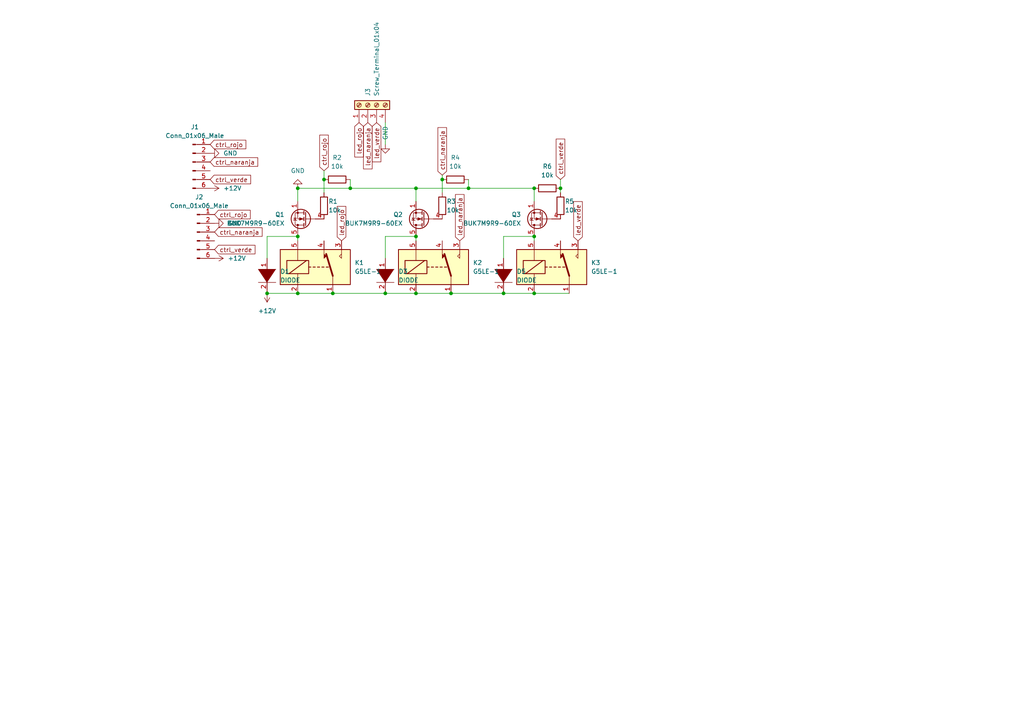
<source format=kicad_sch>
(kicad_sch (version 20211123) (generator eeschema)

  (uuid e63e39d7-6ac0-4ffd-8aa3-1841a4541b55)

  (paper "A4")

  (lib_symbols
    (symbol "Connector:Conn_01x06_Male" (pin_names (offset 1.016) hide) (in_bom yes) (on_board yes)
      (property "Reference" "J" (id 0) (at 0 7.62 0)
        (effects (font (size 1.27 1.27)))
      )
      (property "Value" "Conn_01x06_Male" (id 1) (at 0 -10.16 0)
        (effects (font (size 1.27 1.27)))
      )
      (property "Footprint" "" (id 2) (at 0 0 0)
        (effects (font (size 1.27 1.27)) hide)
      )
      (property "Datasheet" "~" (id 3) (at 0 0 0)
        (effects (font (size 1.27 1.27)) hide)
      )
      (property "ki_keywords" "connector" (id 4) (at 0 0 0)
        (effects (font (size 1.27 1.27)) hide)
      )
      (property "ki_description" "Generic connector, single row, 01x06, script generated (kicad-library-utils/schlib/autogen/connector/)" (id 5) (at 0 0 0)
        (effects (font (size 1.27 1.27)) hide)
      )
      (property "ki_fp_filters" "Connector*:*_1x??_*" (id 6) (at 0 0 0)
        (effects (font (size 1.27 1.27)) hide)
      )
      (symbol "Conn_01x06_Male_1_1"
        (polyline
          (pts
            (xy 1.27 -7.62)
            (xy 0.8636 -7.62)
          )
          (stroke (width 0.1524) (type default) (color 0 0 0 0))
          (fill (type none))
        )
        (polyline
          (pts
            (xy 1.27 -5.08)
            (xy 0.8636 -5.08)
          )
          (stroke (width 0.1524) (type default) (color 0 0 0 0))
          (fill (type none))
        )
        (polyline
          (pts
            (xy 1.27 -2.54)
            (xy 0.8636 -2.54)
          )
          (stroke (width 0.1524) (type default) (color 0 0 0 0))
          (fill (type none))
        )
        (polyline
          (pts
            (xy 1.27 0)
            (xy 0.8636 0)
          )
          (stroke (width 0.1524) (type default) (color 0 0 0 0))
          (fill (type none))
        )
        (polyline
          (pts
            (xy 1.27 2.54)
            (xy 0.8636 2.54)
          )
          (stroke (width 0.1524) (type default) (color 0 0 0 0))
          (fill (type none))
        )
        (polyline
          (pts
            (xy 1.27 5.08)
            (xy 0.8636 5.08)
          )
          (stroke (width 0.1524) (type default) (color 0 0 0 0))
          (fill (type none))
        )
        (rectangle (start 0.8636 -7.493) (end 0 -7.747)
          (stroke (width 0.1524) (type default) (color 0 0 0 0))
          (fill (type outline))
        )
        (rectangle (start 0.8636 -4.953) (end 0 -5.207)
          (stroke (width 0.1524) (type default) (color 0 0 0 0))
          (fill (type outline))
        )
        (rectangle (start 0.8636 -2.413) (end 0 -2.667)
          (stroke (width 0.1524) (type default) (color 0 0 0 0))
          (fill (type outline))
        )
        (rectangle (start 0.8636 0.127) (end 0 -0.127)
          (stroke (width 0.1524) (type default) (color 0 0 0 0))
          (fill (type outline))
        )
        (rectangle (start 0.8636 2.667) (end 0 2.413)
          (stroke (width 0.1524) (type default) (color 0 0 0 0))
          (fill (type outline))
        )
        (rectangle (start 0.8636 5.207) (end 0 4.953)
          (stroke (width 0.1524) (type default) (color 0 0 0 0))
          (fill (type outline))
        )
        (pin passive line (at 5.08 5.08 180) (length 3.81)
          (name "Pin_1" (effects (font (size 1.27 1.27))))
          (number "1" (effects (font (size 1.27 1.27))))
        )
        (pin passive line (at 5.08 2.54 180) (length 3.81)
          (name "Pin_2" (effects (font (size 1.27 1.27))))
          (number "2" (effects (font (size 1.27 1.27))))
        )
        (pin passive line (at 5.08 0 180) (length 3.81)
          (name "Pin_3" (effects (font (size 1.27 1.27))))
          (number "3" (effects (font (size 1.27 1.27))))
        )
        (pin passive line (at 5.08 -2.54 180) (length 3.81)
          (name "Pin_4" (effects (font (size 1.27 1.27))))
          (number "4" (effects (font (size 1.27 1.27))))
        )
        (pin passive line (at 5.08 -5.08 180) (length 3.81)
          (name "Pin_5" (effects (font (size 1.27 1.27))))
          (number "5" (effects (font (size 1.27 1.27))))
        )
        (pin passive line (at 5.08 -7.62 180) (length 3.81)
          (name "Pin_6" (effects (font (size 1.27 1.27))))
          (number "6" (effects (font (size 1.27 1.27))))
        )
      )
    )
    (symbol "Connector:Screw_Terminal_01x04" (pin_names (offset 1.016) hide) (in_bom yes) (on_board yes)
      (property "Reference" "J" (id 0) (at 0 5.08 0)
        (effects (font (size 1.27 1.27)))
      )
      (property "Value" "Screw_Terminal_01x04" (id 1) (at 0 -7.62 0)
        (effects (font (size 1.27 1.27)))
      )
      (property "Footprint" "" (id 2) (at 0 0 0)
        (effects (font (size 1.27 1.27)) hide)
      )
      (property "Datasheet" "~" (id 3) (at 0 0 0)
        (effects (font (size 1.27 1.27)) hide)
      )
      (property "ki_keywords" "screw terminal" (id 4) (at 0 0 0)
        (effects (font (size 1.27 1.27)) hide)
      )
      (property "ki_description" "Generic screw terminal, single row, 01x04, script generated (kicad-library-utils/schlib/autogen/connector/)" (id 5) (at 0 0 0)
        (effects (font (size 1.27 1.27)) hide)
      )
      (property "ki_fp_filters" "TerminalBlock*:*" (id 6) (at 0 0 0)
        (effects (font (size 1.27 1.27)) hide)
      )
      (symbol "Screw_Terminal_01x04_1_1"
        (rectangle (start -1.27 3.81) (end 1.27 -6.35)
          (stroke (width 0.254) (type default) (color 0 0 0 0))
          (fill (type background))
        )
        (circle (center 0 -5.08) (radius 0.635)
          (stroke (width 0.1524) (type default) (color 0 0 0 0))
          (fill (type none))
        )
        (circle (center 0 -2.54) (radius 0.635)
          (stroke (width 0.1524) (type default) (color 0 0 0 0))
          (fill (type none))
        )
        (polyline
          (pts
            (xy -0.5334 -4.7498)
            (xy 0.3302 -5.588)
          )
          (stroke (width 0.1524) (type default) (color 0 0 0 0))
          (fill (type none))
        )
        (polyline
          (pts
            (xy -0.5334 -2.2098)
            (xy 0.3302 -3.048)
          )
          (stroke (width 0.1524) (type default) (color 0 0 0 0))
          (fill (type none))
        )
        (polyline
          (pts
            (xy -0.5334 0.3302)
            (xy 0.3302 -0.508)
          )
          (stroke (width 0.1524) (type default) (color 0 0 0 0))
          (fill (type none))
        )
        (polyline
          (pts
            (xy -0.5334 2.8702)
            (xy 0.3302 2.032)
          )
          (stroke (width 0.1524) (type default) (color 0 0 0 0))
          (fill (type none))
        )
        (polyline
          (pts
            (xy -0.3556 -4.572)
            (xy 0.508 -5.4102)
          )
          (stroke (width 0.1524) (type default) (color 0 0 0 0))
          (fill (type none))
        )
        (polyline
          (pts
            (xy -0.3556 -2.032)
            (xy 0.508 -2.8702)
          )
          (stroke (width 0.1524) (type default) (color 0 0 0 0))
          (fill (type none))
        )
        (polyline
          (pts
            (xy -0.3556 0.508)
            (xy 0.508 -0.3302)
          )
          (stroke (width 0.1524) (type default) (color 0 0 0 0))
          (fill (type none))
        )
        (polyline
          (pts
            (xy -0.3556 3.048)
            (xy 0.508 2.2098)
          )
          (stroke (width 0.1524) (type default) (color 0 0 0 0))
          (fill (type none))
        )
        (circle (center 0 0) (radius 0.635)
          (stroke (width 0.1524) (type default) (color 0 0 0 0))
          (fill (type none))
        )
        (circle (center 0 2.54) (radius 0.635)
          (stroke (width 0.1524) (type default) (color 0 0 0 0))
          (fill (type none))
        )
        (pin passive line (at -5.08 2.54 0) (length 3.81)
          (name "Pin_1" (effects (font (size 1.27 1.27))))
          (number "1" (effects (font (size 1.27 1.27))))
        )
        (pin passive line (at -5.08 0 0) (length 3.81)
          (name "Pin_2" (effects (font (size 1.27 1.27))))
          (number "2" (effects (font (size 1.27 1.27))))
        )
        (pin passive line (at -5.08 -2.54 0) (length 3.81)
          (name "Pin_3" (effects (font (size 1.27 1.27))))
          (number "3" (effects (font (size 1.27 1.27))))
        )
        (pin passive line (at -5.08 -5.08 0) (length 3.81)
          (name "Pin_4" (effects (font (size 1.27 1.27))))
          (number "4" (effects (font (size 1.27 1.27))))
        )
      )
    )
    (symbol "Device:R" (pin_numbers hide) (pin_names (offset 0)) (in_bom yes) (on_board yes)
      (property "Reference" "R" (id 0) (at 2.032 0 90)
        (effects (font (size 1.27 1.27)))
      )
      (property "Value" "R" (id 1) (at 0 0 90)
        (effects (font (size 1.27 1.27)))
      )
      (property "Footprint" "" (id 2) (at -1.778 0 90)
        (effects (font (size 1.27 1.27)) hide)
      )
      (property "Datasheet" "~" (id 3) (at 0 0 0)
        (effects (font (size 1.27 1.27)) hide)
      )
      (property "ki_keywords" "R res resistor" (id 4) (at 0 0 0)
        (effects (font (size 1.27 1.27)) hide)
      )
      (property "ki_description" "Resistor" (id 5) (at 0 0 0)
        (effects (font (size 1.27 1.27)) hide)
      )
      (property "ki_fp_filters" "R_*" (id 6) (at 0 0 0)
        (effects (font (size 1.27 1.27)) hide)
      )
      (symbol "R_0_1"
        (rectangle (start -1.016 -2.54) (end 1.016 2.54)
          (stroke (width 0.254) (type default) (color 0 0 0 0))
          (fill (type none))
        )
      )
      (symbol "R_1_1"
        (pin passive line (at 0 3.81 270) (length 1.27)
          (name "~" (effects (font (size 1.27 1.27))))
          (number "1" (effects (font (size 1.27 1.27))))
        )
        (pin passive line (at 0 -3.81 90) (length 1.27)
          (name "~" (effects (font (size 1.27 1.27))))
          (number "2" (effects (font (size 1.27 1.27))))
        )
      )
    )
    (symbol "Relay:G5LE-1" (in_bom yes) (on_board yes)
      (property "Reference" "K" (id 0) (at 11.43 3.81 0)
        (effects (font (size 1.27 1.27)) (justify left))
      )
      (property "Value" "G5LE-1" (id 1) (at 11.43 1.27 0)
        (effects (font (size 1.27 1.27)) (justify left))
      )
      (property "Footprint" "Relay_THT:Relay_SPDT_Omron-G5LE-1" (id 2) (at 11.43 -1.27 0)
        (effects (font (size 1.27 1.27)) (justify left) hide)
      )
      (property "Datasheet" "http://www.omron.com/ecb/products/pdf/en-g5le.pdf" (id 3) (at 0 0 0)
        (effects (font (size 1.27 1.27)) hide)
      )
      (property "ki_keywords" "Miniature Single Pole Relay" (id 4) (at 0 0 0)
        (effects (font (size 1.27 1.27)) hide)
      )
      (property "ki_description" "Omron G5LE relay, Miniature Single Pole, SPDT, 10A" (id 5) (at 0 0 0)
        (effects (font (size 1.27 1.27)) hide)
      )
      (property "ki_fp_filters" "Relay*SPDT*Omron*G5LE?1*" (id 6) (at 0 0 0)
        (effects (font (size 1.27 1.27)) hide)
      )
      (symbol "G5LE-1_0_0"
        (polyline
          (pts
            (xy 7.62 5.08)
            (xy 7.62 2.54)
            (xy 6.985 3.175)
            (xy 7.62 3.81)
          )
          (stroke (width 0) (type default) (color 0 0 0 0))
          (fill (type none))
        )
      )
      (symbol "G5LE-1_0_1"
        (rectangle (start -10.16 5.08) (end 10.16 -5.08)
          (stroke (width 0.254) (type default) (color 0 0 0 0))
          (fill (type background))
        )
        (rectangle (start -8.255 1.905) (end -1.905 -1.905)
          (stroke (width 0.254) (type default) (color 0 0 0 0))
          (fill (type none))
        )
        (polyline
          (pts
            (xy -7.62 -1.905)
            (xy -2.54 1.905)
          )
          (stroke (width 0.254) (type default) (color 0 0 0 0))
          (fill (type none))
        )
        (polyline
          (pts
            (xy -5.08 -5.08)
            (xy -5.08 -1.905)
          )
          (stroke (width 0) (type default) (color 0 0 0 0))
          (fill (type none))
        )
        (polyline
          (pts
            (xy -5.08 5.08)
            (xy -5.08 1.905)
          )
          (stroke (width 0) (type default) (color 0 0 0 0))
          (fill (type none))
        )
        (polyline
          (pts
            (xy -1.905 0)
            (xy -1.27 0)
          )
          (stroke (width 0.254) (type default) (color 0 0 0 0))
          (fill (type none))
        )
        (polyline
          (pts
            (xy -0.635 0)
            (xy 0 0)
          )
          (stroke (width 0.254) (type default) (color 0 0 0 0))
          (fill (type none))
        )
        (polyline
          (pts
            (xy 0.635 0)
            (xy 1.27 0)
          )
          (stroke (width 0.254) (type default) (color 0 0 0 0))
          (fill (type none))
        )
        (polyline
          (pts
            (xy 1.905 0)
            (xy 2.54 0)
          )
          (stroke (width 0.254) (type default) (color 0 0 0 0))
          (fill (type none))
        )
        (polyline
          (pts
            (xy 3.175 0)
            (xy 3.81 0)
          )
          (stroke (width 0.254) (type default) (color 0 0 0 0))
          (fill (type none))
        )
        (polyline
          (pts
            (xy 5.08 -2.54)
            (xy 3.175 3.81)
          )
          (stroke (width 0.508) (type default) (color 0 0 0 0))
          (fill (type none))
        )
        (polyline
          (pts
            (xy 5.08 -2.54)
            (xy 5.08 -5.08)
          )
          (stroke (width 0) (type default) (color 0 0 0 0))
          (fill (type none))
        )
        (polyline
          (pts
            (xy 2.54 5.08)
            (xy 2.54 2.54)
            (xy 3.175 3.175)
            (xy 2.54 3.81)
          )
          (stroke (width 0) (type default) (color 0 0 0 0))
          (fill (type outline))
        )
      )
      (symbol "G5LE-1_1_1"
        (pin passive line (at 5.08 -7.62 90) (length 2.54)
          (name "~" (effects (font (size 1.27 1.27))))
          (number "1" (effects (font (size 1.27 1.27))))
        )
        (pin passive line (at -5.08 -7.62 90) (length 2.54)
          (name "~" (effects (font (size 1.27 1.27))))
          (number "2" (effects (font (size 1.27 1.27))))
        )
        (pin passive line (at 7.62 7.62 270) (length 2.54)
          (name "~" (effects (font (size 1.27 1.27))))
          (number "3" (effects (font (size 1.27 1.27))))
        )
        (pin passive line (at 2.54 7.62 270) (length 2.54)
          (name "~" (effects (font (size 1.27 1.27))))
          (number "4" (effects (font (size 1.27 1.27))))
        )
        (pin passive line (at -5.08 7.62 270) (length 2.54)
          (name "~" (effects (font (size 1.27 1.27))))
          (number "5" (effects (font (size 1.27 1.27))))
        )
      )
    )
    (symbol "Transistor_FET:BUK7M9R9-60EX" (pin_names hide) (in_bom yes) (on_board yes)
      (property "Reference" "Q" (id 0) (at 5.08 1.905 0)
        (effects (font (size 1.27 1.27)) (justify left))
      )
      (property "Value" "BUK7M9R9-60EX" (id 1) (at 5.08 0 0)
        (effects (font (size 1.27 1.27)) (justify left))
      )
      (property "Footprint" "Package_TO_SOT_SMD:LFPAK33" (id 2) (at 5.08 -1.905 0)
        (effects (font (size 1.27 1.27) italic) (justify left) hide)
      )
      (property "Datasheet" "https://assets.nexperia.com/documents/data-sheet/BUK7M9R9-60E.pdf" (id 3) (at 0 0 90)
        (effects (font (size 1.27 1.27)) (justify left) hide)
      )
      (property "ki_keywords" "Power MOSFET N-MOS" (id 4) (at 0 0 0)
        (effects (font (size 1.27 1.27)) hide)
      )
      (property "ki_description" "60A Id, 60V Vds, N-Channel TrenchMOS MOSFET, 9.9mOhm Ron, 30.1nC Qqd, -55 to 175 °C, LFPAK33" (id 5) (at 0 0 0)
        (effects (font (size 1.27 1.27)) hide)
      )
      (property "ki_fp_filters" "LFPAK33*" (id 6) (at 0 0 0)
        (effects (font (size 1.27 1.27)) hide)
      )
      (symbol "BUK7M9R9-60EX_0_1"
        (polyline
          (pts
            (xy 0.254 0)
            (xy -2.54 0)
          )
          (stroke (width 0) (type default) (color 0 0 0 0))
          (fill (type none))
        )
        (polyline
          (pts
            (xy 0.254 1.905)
            (xy 0.254 -1.905)
          )
          (stroke (width 0.254) (type default) (color 0 0 0 0))
          (fill (type none))
        )
        (polyline
          (pts
            (xy 0.762 -1.27)
            (xy 0.762 -2.286)
          )
          (stroke (width 0.254) (type default) (color 0 0 0 0))
          (fill (type none))
        )
        (polyline
          (pts
            (xy 0.762 0.508)
            (xy 0.762 -0.508)
          )
          (stroke (width 0.254) (type default) (color 0 0 0 0))
          (fill (type none))
        )
        (polyline
          (pts
            (xy 0.762 2.286)
            (xy 0.762 1.27)
          )
          (stroke (width 0.254) (type default) (color 0 0 0 0))
          (fill (type none))
        )
        (polyline
          (pts
            (xy 2.54 2.54)
            (xy 2.54 1.778)
          )
          (stroke (width 0) (type default) (color 0 0 0 0))
          (fill (type none))
        )
        (polyline
          (pts
            (xy 2.54 -2.54)
            (xy 2.54 0)
            (xy 0.762 0)
          )
          (stroke (width 0) (type default) (color 0 0 0 0))
          (fill (type none))
        )
        (polyline
          (pts
            (xy 0.762 -1.778)
            (xy 3.302 -1.778)
            (xy 3.302 1.778)
            (xy 0.762 1.778)
          )
          (stroke (width 0) (type default) (color 0 0 0 0))
          (fill (type none))
        )
        (polyline
          (pts
            (xy 1.016 0)
            (xy 2.032 0.381)
            (xy 2.032 -0.381)
            (xy 1.016 0)
          )
          (stroke (width 0) (type default) (color 0 0 0 0))
          (fill (type outline))
        )
        (polyline
          (pts
            (xy 2.794 0.508)
            (xy 2.921 0.381)
            (xy 3.683 0.381)
            (xy 3.81 0.254)
          )
          (stroke (width 0) (type default) (color 0 0 0 0))
          (fill (type none))
        )
        (polyline
          (pts
            (xy 3.302 0.381)
            (xy 2.921 -0.254)
            (xy 3.683 -0.254)
            (xy 3.302 0.381)
          )
          (stroke (width 0) (type default) (color 0 0 0 0))
          (fill (type none))
        )
        (circle (center 1.651 0) (radius 2.794)
          (stroke (width 0.254) (type default) (color 0 0 0 0))
          (fill (type none))
        )
        (circle (center 2.54 -1.778) (radius 0.254)
          (stroke (width 0) (type default) (color 0 0 0 0))
          (fill (type outline))
        )
        (circle (center 2.54 1.778) (radius 0.254)
          (stroke (width 0) (type default) (color 0 0 0 0))
          (fill (type outline))
        )
      )
      (symbol "BUK7M9R9-60EX_1_1"
        (pin passive line (at 2.54 -5.08 90) (length 2.54)
          (name "S" (effects (font (size 1.27 1.27))))
          (number "1" (effects (font (size 1.27 1.27))))
        )
        (pin passive line (at 2.54 -5.08 90) (length 2.54) hide
          (name "S" (effects (font (size 1.27 1.27))))
          (number "2" (effects (font (size 1.27 1.27))))
        )
        (pin passive line (at 2.54 -5.08 90) (length 2.54) hide
          (name "S" (effects (font (size 1.27 1.27))))
          (number "3" (effects (font (size 1.27 1.27))))
        )
        (pin passive line (at -5.08 0 0) (length 2.54)
          (name "G" (effects (font (size 1.27 1.27))))
          (number "4" (effects (font (size 1.27 1.27))))
        )
        (pin passive line (at 2.54 5.08 270) (length 2.54)
          (name "D" (effects (font (size 1.27 1.27))))
          (number "5" (effects (font (size 1.27 1.27))))
        )
      )
    )
    (symbol "power:+12V" (power) (pin_names (offset 0)) (in_bom yes) (on_board yes)
      (property "Reference" "#PWR" (id 0) (at 0 -3.81 0)
        (effects (font (size 1.27 1.27)) hide)
      )
      (property "Value" "+12V" (id 1) (at 0 3.556 0)
        (effects (font (size 1.27 1.27)))
      )
      (property "Footprint" "" (id 2) (at 0 0 0)
        (effects (font (size 1.27 1.27)) hide)
      )
      (property "Datasheet" "" (id 3) (at 0 0 0)
        (effects (font (size 1.27 1.27)) hide)
      )
      (property "ki_keywords" "power-flag" (id 4) (at 0 0 0)
        (effects (font (size 1.27 1.27)) hide)
      )
      (property "ki_description" "Power symbol creates a global label with name \"+12V\"" (id 5) (at 0 0 0)
        (effects (font (size 1.27 1.27)) hide)
      )
      (symbol "+12V_0_1"
        (polyline
          (pts
            (xy -0.762 1.27)
            (xy 0 2.54)
          )
          (stroke (width 0) (type default) (color 0 0 0 0))
          (fill (type none))
        )
        (polyline
          (pts
            (xy 0 0)
            (xy 0 2.54)
          )
          (stroke (width 0) (type default) (color 0 0 0 0))
          (fill (type none))
        )
        (polyline
          (pts
            (xy 0 2.54)
            (xy 0.762 1.27)
          )
          (stroke (width 0) (type default) (color 0 0 0 0))
          (fill (type none))
        )
      )
      (symbol "+12V_1_1"
        (pin power_in line (at 0 0 90) (length 0) hide
          (name "+12V" (effects (font (size 1.27 1.27))))
          (number "1" (effects (font (size 1.27 1.27))))
        )
      )
    )
    (symbol "power:GND" (power) (pin_names (offset 0)) (in_bom yes) (on_board yes)
      (property "Reference" "#PWR" (id 0) (at 0 -6.35 0)
        (effects (font (size 1.27 1.27)) hide)
      )
      (property "Value" "GND" (id 1) (at 0 -3.81 0)
        (effects (font (size 1.27 1.27)))
      )
      (property "Footprint" "" (id 2) (at 0 0 0)
        (effects (font (size 1.27 1.27)) hide)
      )
      (property "Datasheet" "" (id 3) (at 0 0 0)
        (effects (font (size 1.27 1.27)) hide)
      )
      (property "ki_keywords" "power-flag" (id 4) (at 0 0 0)
        (effects (font (size 1.27 1.27)) hide)
      )
      (property "ki_description" "Power symbol creates a global label with name \"GND\" , ground" (id 5) (at 0 0 0)
        (effects (font (size 1.27 1.27)) hide)
      )
      (symbol "GND_0_1"
        (polyline
          (pts
            (xy 0 0)
            (xy 0 -1.27)
            (xy 1.27 -1.27)
            (xy 0 -2.54)
            (xy -1.27 -1.27)
            (xy 0 -1.27)
          )
          (stroke (width 0) (type default) (color 0 0 0 0))
          (fill (type none))
        )
      )
      (symbol "GND_1_1"
        (pin power_in line (at 0 0 270) (length 0) hide
          (name "GND" (effects (font (size 1.27 1.27))))
          (number "1" (effects (font (size 1.27 1.27))))
        )
      )
    )
    (symbol "pspice:DIODE" (pin_names (offset 1.016) hide) (in_bom yes) (on_board yes)
      (property "Reference" "D" (id 0) (at 0 3.81 0)
        (effects (font (size 1.27 1.27)))
      )
      (property "Value" "DIODE" (id 1) (at 0 -4.445 0)
        (effects (font (size 1.27 1.27)))
      )
      (property "Footprint" "" (id 2) (at 0 0 0)
        (effects (font (size 1.27 1.27)) hide)
      )
      (property "Datasheet" "~" (id 3) (at 0 0 0)
        (effects (font (size 1.27 1.27)) hide)
      )
      (property "ki_keywords" "simulation" (id 4) (at 0 0 0)
        (effects (font (size 1.27 1.27)) hide)
      )
      (property "ki_description" "Diode symbol for simulation only. Pin order incompatible with official kicad footprints" (id 5) (at 0 0 0)
        (effects (font (size 1.27 1.27)) hide)
      )
      (symbol "DIODE_0_1"
        (polyline
          (pts
            (xy 1.905 2.54)
            (xy 1.905 -2.54)
          )
          (stroke (width 0) (type default) (color 0 0 0 0))
          (fill (type none))
        )
        (polyline
          (pts
            (xy -1.905 2.54)
            (xy -1.905 -2.54)
            (xy 1.905 0)
          )
          (stroke (width 0) (type default) (color 0 0 0 0))
          (fill (type outline))
        )
      )
      (symbol "DIODE_1_1"
        (pin input line (at -5.08 0 0) (length 3.81)
          (name "K" (effects (font (size 1.27 1.27))))
          (number "1" (effects (font (size 1.27 1.27))))
        )
        (pin input line (at 5.08 0 180) (length 3.81)
          (name "A" (effects (font (size 1.27 1.27))))
          (number "2" (effects (font (size 1.27 1.27))))
        )
      )
    )
  )

  (junction (at 135.89 54.61) (diameter 0) (color 0 0 0 0)
    (uuid 1143f197-b3e5-4746-a56b-f8237cc97549)
  )
  (junction (at 86.36 85.09) (diameter 0) (color 0 0 0 0)
    (uuid 2de92771-170e-429c-9223-6197b2915ce8)
  )
  (junction (at 154.94 85.09) (diameter 0) (color 0 0 0 0)
    (uuid 2ee8515b-c125-4eb4-8537-20b121f96deb)
  )
  (junction (at 77.47 85.09) (diameter 0) (color 0 0 0 0)
    (uuid 2fe34b83-5e58-418b-86d7-d8fe84cbed19)
  )
  (junction (at 120.65 85.09) (diameter 0) (color 0 0 0 0)
    (uuid 61e52a7f-ba98-41af-8705-ddf2e2736e45)
  )
  (junction (at 154.94 54.61) (diameter 0) (color 0 0 0 0)
    (uuid 63c1c824-05bd-422b-bdcd-3bb769e39e52)
  )
  (junction (at 120.65 54.61) (diameter 0) (color 0 0 0 0)
    (uuid 6851e4dd-04e8-4bba-b26e-3a91bf24b4e6)
  )
  (junction (at 93.98 52.07) (diameter 0) (color 0 0 0 0)
    (uuid 85c245de-03cc-4808-98eb-744aa3e39ef3)
  )
  (junction (at 146.05 85.09) (diameter 0) (color 0 0 0 0)
    (uuid 86a841fe-a908-466a-9f20-ce1910205c90)
  )
  (junction (at 86.36 68.58) (diameter 0) (color 0 0 0 0)
    (uuid 9c61be64-b50a-407a-82c6-5d831d05d854)
  )
  (junction (at 162.56 54.61) (diameter 0) (color 0 0 0 0)
    (uuid a140a7e0-56b2-45dc-bea8-30c138c7c34c)
  )
  (junction (at 130.81 85.09) (diameter 0) (color 0 0 0 0)
    (uuid a8f3ab26-362a-4916-abea-72e0e5a3da71)
  )
  (junction (at 128.27 52.07) (diameter 0) (color 0 0 0 0)
    (uuid a988fa5e-4cd3-4d96-ae73-7b9fd7eeedb2)
  )
  (junction (at 86.36 54.61) (diameter 0) (color 0 0 0 0)
    (uuid b26e1d9c-cfe6-4f55-be1c-17c06d0ac644)
  )
  (junction (at 96.52 85.09) (diameter 0) (color 0 0 0 0)
    (uuid baf53cd8-703d-4c8d-824e-591ed9a72c97)
  )
  (junction (at 101.6 54.61) (diameter 0) (color 0 0 0 0)
    (uuid cdf5fbab-9333-4231-90fe-fa0757936535)
  )
  (junction (at 154.94 68.58) (diameter 0) (color 0 0 0 0)
    (uuid e3795c24-d84f-49c4-9929-c825a6791dba)
  )
  (junction (at 120.65 68.58) (diameter 0) (color 0 0 0 0)
    (uuid eff4ef8a-53ca-4672-8b5c-0320c68f1044)
  )
  (junction (at 111.76 85.09) (diameter 0) (color 0 0 0 0)
    (uuid f037286a-e00a-4d06-9d7f-11fc9ab6e236)
  )

  (wire (pts (xy 111.76 41.91) (xy 111.76 35.56))
    (stroke (width 0) (type default) (color 0 0 0 0))
    (uuid 019e8224-5f26-4d8a-9f53-6e434349e49a)
  )
  (wire (pts (xy 101.6 52.07) (xy 101.6 54.61))
    (stroke (width 0) (type default) (color 0 0 0 0))
    (uuid 051f3ba4-3847-43a3-9613-973e41a629b6)
  )
  (wire (pts (xy 111.76 74.93) (xy 111.76 68.58))
    (stroke (width 0) (type default) (color 0 0 0 0))
    (uuid 097d7911-d654-47ba-870e-854544b58771)
  )
  (wire (pts (xy 101.6 54.61) (xy 120.65 54.61))
    (stroke (width 0) (type default) (color 0 0 0 0))
    (uuid 0a6523f8-596f-44bf-bfe8-6cf402c9a237)
  )
  (wire (pts (xy 120.65 54.61) (xy 135.89 54.61))
    (stroke (width 0) (type default) (color 0 0 0 0))
    (uuid 0b69f4da-0dd9-4b4d-9145-92b0fa51f4c5)
  )
  (wire (pts (xy 93.98 49.53) (xy 93.98 52.07))
    (stroke (width 0) (type default) (color 0 0 0 0))
    (uuid 0cceaf40-9824-4e98-9a59-b5b2d1f7687e)
  )
  (wire (pts (xy 86.36 54.61) (xy 86.36 58.42))
    (stroke (width 0) (type default) (color 0 0 0 0))
    (uuid 10b85628-df79-495a-b8c3-e60ee3fcbb60)
  )
  (wire (pts (xy 146.05 68.58) (xy 154.94 68.58))
    (stroke (width 0) (type default) (color 0 0 0 0))
    (uuid 11b5ec1f-1387-41a4-b80a-893fd533271e)
  )
  (wire (pts (xy 77.47 85.09) (xy 86.36 85.09))
    (stroke (width 0) (type default) (color 0 0 0 0))
    (uuid 24e49fbf-ba74-43dd-9d84-af24b1ff711b)
  )
  (wire (pts (xy 120.65 54.61) (xy 120.65 58.42))
    (stroke (width 0) (type default) (color 0 0 0 0))
    (uuid 2c9fe3b4-cb52-4ae1-91e9-0e6b170d55e6)
  )
  (wire (pts (xy 86.36 85.09) (xy 96.52 85.09))
    (stroke (width 0) (type default) (color 0 0 0 0))
    (uuid 309a6b22-ca5d-4f1e-812d-ea833d7a2b07)
  )
  (wire (pts (xy 86.36 68.58) (xy 86.36 69.85))
    (stroke (width 0) (type default) (color 0 0 0 0))
    (uuid 32693ff4-2384-40ab-846e-87e81b466372)
  )
  (wire (pts (xy 120.65 68.58) (xy 120.65 69.85))
    (stroke (width 0) (type default) (color 0 0 0 0))
    (uuid 349cd039-395c-4f88-bfb8-52e274a104ff)
  )
  (wire (pts (xy 135.89 52.07) (xy 135.89 54.61))
    (stroke (width 0) (type default) (color 0 0 0 0))
    (uuid 3c43e641-2d0f-4084-9275-1874cbe8a6fe)
  )
  (wire (pts (xy 146.05 74.93) (xy 146.05 68.58))
    (stroke (width 0) (type default) (color 0 0 0 0))
    (uuid 3f70687d-b97c-4ca0-b100-d7e6292a42cc)
  )
  (wire (pts (xy 154.94 68.58) (xy 154.94 69.85))
    (stroke (width 0) (type default) (color 0 0 0 0))
    (uuid 46880026-d3d7-4726-94af-ae7cfcabd169)
  )
  (wire (pts (xy 120.65 85.09) (xy 130.81 85.09))
    (stroke (width 0) (type default) (color 0 0 0 0))
    (uuid 58604e89-836b-47ab-a2d4-27875b275a4f)
  )
  (wire (pts (xy 135.89 54.61) (xy 154.94 54.61))
    (stroke (width 0) (type default) (color 0 0 0 0))
    (uuid 5b194b45-b666-4cab-8c84-6dc40309acd4)
  )
  (wire (pts (xy 162.56 54.61) (xy 162.56 55.88))
    (stroke (width 0) (type default) (color 0 0 0 0))
    (uuid 5fc4d4fa-2696-4b80-b5ce-89ade7b996cc)
  )
  (wire (pts (xy 111.76 85.09) (xy 120.65 85.09))
    (stroke (width 0) (type default) (color 0 0 0 0))
    (uuid 633a4815-97ff-4d2f-881f-73ae90c87a58)
  )
  (wire (pts (xy 162.56 52.07) (xy 162.56 54.61))
    (stroke (width 0) (type default) (color 0 0 0 0))
    (uuid 64ff88b8-5c0a-4a6c-9e8c-62e7f4088389)
  )
  (wire (pts (xy 77.47 74.93) (xy 77.47 68.58))
    (stroke (width 0) (type default) (color 0 0 0 0))
    (uuid 6c09a878-706a-47f6-ad61-e4fd7e9dcd7d)
  )
  (wire (pts (xy 154.94 54.61) (xy 154.94 58.42))
    (stroke (width 0) (type default) (color 0 0 0 0))
    (uuid 72ace2f2-9f2d-4c0b-8d3a-36936efc61c6)
  )
  (wire (pts (xy 154.94 85.09) (xy 165.1 85.09))
    (stroke (width 0) (type default) (color 0 0 0 0))
    (uuid 72ede506-b055-472a-b746-d9be9c5b3f21)
  )
  (wire (pts (xy 96.52 85.09) (xy 111.76 85.09))
    (stroke (width 0) (type default) (color 0 0 0 0))
    (uuid 849a0bb8-d737-422f-9ca0-e25f0e786ddd)
  )
  (wire (pts (xy 86.36 54.61) (xy 101.6 54.61))
    (stroke (width 0) (type default) (color 0 0 0 0))
    (uuid 856b184d-2afb-48b9-b60e-a5a69ab13561)
  )
  (wire (pts (xy 130.81 85.09) (xy 146.05 85.09))
    (stroke (width 0) (type default) (color 0 0 0 0))
    (uuid 88d0299d-c07b-4fd2-9259-a7d4da5495a4)
  )
  (wire (pts (xy 77.47 68.58) (xy 86.36 68.58))
    (stroke (width 0) (type default) (color 0 0 0 0))
    (uuid 8b100599-2f12-42bb-88b0-22f83b16000e)
  )
  (wire (pts (xy 111.76 68.58) (xy 120.65 68.58))
    (stroke (width 0) (type default) (color 0 0 0 0))
    (uuid 9ee1c984-96f1-438b-b7d0-29d9caaccc2e)
  )
  (wire (pts (xy 128.27 52.07) (xy 128.27 55.88))
    (stroke (width 0) (type default) (color 0 0 0 0))
    (uuid a4f09fb3-d609-4ccd-bec5-aa9ec80acca9)
  )
  (wire (pts (xy 146.05 85.09) (xy 154.94 85.09))
    (stroke (width 0) (type default) (color 0 0 0 0))
    (uuid a57d015d-6a87-4cf3-adcc-e6590b8fcec5)
  )
  (wire (pts (xy 128.27 50.8) (xy 128.27 52.07))
    (stroke (width 0) (type default) (color 0 0 0 0))
    (uuid bdd8f32e-1b8b-44bb-b657-685d4079fec8)
  )
  (wire (pts (xy 93.98 52.07) (xy 93.98 55.88))
    (stroke (width 0) (type default) (color 0 0 0 0))
    (uuid bee4f051-a918-49f4-8db3-1324651b320a)
  )

  (global_label "ctrl_rojo" (shape input) (at 93.98 49.53 90) (fields_autoplaced)
    (effects (font (size 1.27 1.27)) (justify left))
    (uuid 05590971-931a-4e0f-b8bb-d8aa3fe47d80)
    (property "Intersheet References" "${INTERSHEET_REFS}" (id 0) (at 93.9006 39.1945 90)
      (effects (font (size 1.27 1.27)) (justify left) hide)
    )
  )
  (global_label "ctrl_rojo" (shape input) (at 62.23 62.23 0) (fields_autoplaced)
    (effects (font (size 1.27 1.27)) (justify left))
    (uuid 11a40658-1d1a-4c24-871b-be7bd5e3ab6b)
    (property "Intersheet References" "${INTERSHEET_REFS}" (id 0) (at 72.5655 62.1506 0)
      (effects (font (size 1.27 1.27)) (justify left) hide)
    )
  )
  (global_label "ctrl_rojo" (shape input) (at 60.96 41.91 0) (fields_autoplaced)
    (effects (font (size 1.27 1.27)) (justify left))
    (uuid 14adb841-fdc8-4877-8ba1-5470858c4286)
    (property "Intersheet References" "${INTERSHEET_REFS}" (id 0) (at 71.2955 41.8306 0)
      (effects (font (size 1.27 1.27)) (justify left) hide)
    )
  )
  (global_label "ctrl_naranja" (shape input) (at 128.27 50.8 90) (fields_autoplaced)
    (effects (font (size 1.27 1.27)) (justify left))
    (uuid 2d5c8d5a-20fa-45d7-88a6-fa9d006f2f6f)
    (property "Intersheet References" "${INTERSHEET_REFS}" (id 0) (at 128.1906 37.0174 90)
      (effects (font (size 1.27 1.27)) (justify left) hide)
    )
  )
  (global_label "ctrl_verde" (shape input) (at 62.23 72.39 0) (fields_autoplaced)
    (effects (font (size 1.27 1.27)) (justify left))
    (uuid 2d99b1fd-4676-4d86-a373-e48d6eb5908c)
    (property "Intersheet References" "${INTERSHEET_REFS}" (id 0) (at 73.9564 72.3106 0)
      (effects (font (size 1.27 1.27)) (justify left) hide)
    )
  )
  (global_label "led_verde" (shape input) (at 167.64 69.85 90) (fields_autoplaced)
    (effects (font (size 1.27 1.27)) (justify left))
    (uuid 63cbe518-a1f3-4604-823c-d0b340135fce)
    (property "Intersheet References" "${INTERSHEET_REFS}" (id 0) (at 167.7194 58.4864 90)
      (effects (font (size 1.27 1.27)) (justify left) hide)
    )
  )
  (global_label "ctrl_naranja" (shape input) (at 62.23 67.31 0) (fields_autoplaced)
    (effects (font (size 1.27 1.27)) (justify left))
    (uuid 74879186-cb05-4567-bafd-12b2abc3fb90)
    (property "Intersheet References" "${INTERSHEET_REFS}" (id 0) (at 76.0126 67.2306 0)
      (effects (font (size 1.27 1.27)) (justify left) hide)
    )
  )
  (global_label "led_rojo" (shape input) (at 104.14 35.56 270) (fields_autoplaced)
    (effects (font (size 1.27 1.27)) (justify right))
    (uuid 7626ef76-584a-445f-9e79-de3783be12b9)
    (property "Intersheet References" "${INTERSHEET_REFS}" (id 0) (at 104.0606 45.5326 90)
      (effects (font (size 1.27 1.27)) (justify right) hide)
    )
  )
  (global_label "led_naranja" (shape input) (at 106.68 35.56 270) (fields_autoplaced)
    (effects (font (size 1.27 1.27)) (justify right))
    (uuid 864d1d50-3ac5-433b-aa5b-d94f03780455)
    (property "Intersheet References" "${INTERSHEET_REFS}" (id 0) (at 106.6006 48.9798 90)
      (effects (font (size 1.27 1.27)) (justify right) hide)
    )
  )
  (global_label "ctrl_naranja" (shape input) (at 60.96 46.99 0) (fields_autoplaced)
    (effects (font (size 1.27 1.27)) (justify left))
    (uuid 96822af1-7ace-491d-b19c-5b3227c8f680)
    (property "Intersheet References" "${INTERSHEET_REFS}" (id 0) (at 74.7426 46.9106 0)
      (effects (font (size 1.27 1.27)) (justify left) hide)
    )
  )
  (global_label "led_rojo" (shape input) (at 99.06 69.85 90) (fields_autoplaced)
    (effects (font (size 1.27 1.27)) (justify left))
    (uuid adde10a4-e683-42dd-aaa9-785543a6fd1f)
    (property "Intersheet References" "${INTERSHEET_REFS}" (id 0) (at 99.1394 59.8774 90)
      (effects (font (size 1.27 1.27)) (justify left) hide)
    )
  )
  (global_label "led_naranja" (shape input) (at 133.35 69.85 90) (fields_autoplaced)
    (effects (font (size 1.27 1.27)) (justify left))
    (uuid bcbb69af-87cd-4c2b-bfc6-7cac3c6805e4)
    (property "Intersheet References" "${INTERSHEET_REFS}" (id 0) (at 133.4294 56.4302 90)
      (effects (font (size 1.27 1.27)) (justify left) hide)
    )
  )
  (global_label "led_verde" (shape input) (at 109.22 35.56 270) (fields_autoplaced)
    (effects (font (size 1.27 1.27)) (justify right))
    (uuid be359a01-3421-4ee3-a71f-e014f2599e5e)
    (property "Intersheet References" "${INTERSHEET_REFS}" (id 0) (at 109.1406 46.9236 90)
      (effects (font (size 1.27 1.27)) (justify right) hide)
    )
  )
  (global_label "ctrl_verde" (shape input) (at 60.96 52.07 0) (fields_autoplaced)
    (effects (font (size 1.27 1.27)) (justify left))
    (uuid d8fd173b-b8a9-481b-a866-cf0c8a446073)
    (property "Intersheet References" "${INTERSHEET_REFS}" (id 0) (at 72.6864 51.9906 0)
      (effects (font (size 1.27 1.27)) (justify left) hide)
    )
  )
  (global_label "ctrl_verde" (shape input) (at 162.56 52.07 90) (fields_autoplaced)
    (effects (font (size 1.27 1.27)) (justify left))
    (uuid f303c7c7-6b0d-426c-bea2-bf17d9dd5529)
    (property "Intersheet References" "${INTERSHEET_REFS}" (id 0) (at 162.4806 40.3436 90)
      (effects (font (size 1.27 1.27)) (justify left) hide)
    )
  )

  (symbol (lib_id "Device:R") (at 162.56 59.69 0) (unit 1)
    (in_bom yes) (on_board yes)
    (uuid 05ed8929-b204-478e-8036-447f979d2d36)
    (property "Reference" "R5" (id 0) (at 163.83 58.42 0)
      (effects (font (size 1.27 1.27)) (justify left))
    )
    (property "Value" "10k" (id 1) (at 163.83 60.96 0)
      (effects (font (size 1.27 1.27)) (justify left))
    )
    (property "Footprint" "Resistor_SMD:R_0603_1608Metric" (id 2) (at 160.782 59.69 90)
      (effects (font (size 1.27 1.27)) hide)
    )
    (property "Datasheet" "~" (id 3) (at 162.56 59.69 0)
      (effects (font (size 1.27 1.27)) hide)
    )
    (pin "1" (uuid d00810b4-c56c-492a-bfce-997cd3227abd))
    (pin "2" (uuid 7a64ff8e-ea65-4f23-96fc-8bcf694a611c))
  )

  (symbol (lib_id "Device:R") (at 132.08 52.07 90) (unit 1)
    (in_bom yes) (on_board yes) (fields_autoplaced)
    (uuid 16ed2642-f90c-4708-b2c4-ada95b06c69e)
    (property "Reference" "R4" (id 0) (at 132.08 45.72 90))
    (property "Value" "10k" (id 1) (at 132.08 48.26 90))
    (property "Footprint" "Resistor_SMD:R_0603_1608Metric" (id 2) (at 132.08 53.848 90)
      (effects (font (size 1.27 1.27)) hide)
    )
    (property "Datasheet" "~" (id 3) (at 132.08 52.07 0)
      (effects (font (size 1.27 1.27)) hide)
    )
    (pin "1" (uuid e7e21787-c086-4f46-a533-73b244a55c24))
    (pin "2" (uuid 29c79d27-7f8d-4607-8ff1-67cf3cf40587))
  )

  (symbol (lib_id "Device:R") (at 93.98 59.69 0) (unit 1)
    (in_bom yes) (on_board yes)
    (uuid 1c3aa89c-e675-4356-8560-5bcac3a55dc8)
    (property "Reference" "R1" (id 0) (at 95.25 58.42 0)
      (effects (font (size 1.27 1.27)) (justify left))
    )
    (property "Value" "10k" (id 1) (at 95.25 60.96 0)
      (effects (font (size 1.27 1.27)) (justify left))
    )
    (property "Footprint" "Resistor_SMD:R_0603_1608Metric" (id 2) (at 92.202 59.69 90)
      (effects (font (size 1.27 1.27)) hide)
    )
    (property "Datasheet" "~" (id 3) (at 93.98 59.69 0)
      (effects (font (size 1.27 1.27)) hide)
    )
    (pin "1" (uuid 82b7f976-2fd9-4317-b7fe-f97003e22124))
    (pin "2" (uuid 65488ca7-399f-4ad7-a888-74ee2f5ad8c3))
  )

  (symbol (lib_id "power:GND") (at 60.96 44.45 90) (unit 1)
    (in_bom yes) (on_board yes) (fields_autoplaced)
    (uuid 1e8ce3a4-8aca-4523-9cb1-e9e7e7795afe)
    (property "Reference" "#PWR0104" (id 0) (at 67.31 44.45 0)
      (effects (font (size 1.27 1.27)) hide)
    )
    (property "Value" "GND" (id 1) (at 64.77 44.4499 90)
      (effects (font (size 1.27 1.27)) (justify right))
    )
    (property "Footprint" "" (id 2) (at 60.96 44.45 0)
      (effects (font (size 1.27 1.27)) hide)
    )
    (property "Datasheet" "" (id 3) (at 60.96 44.45 0)
      (effects (font (size 1.27 1.27)) hide)
    )
    (pin "1" (uuid 189a6c9d-86f2-45d9-984b-a882ef5b3641))
  )

  (symbol (lib_id "Connector:Screw_Terminal_01x04") (at 106.68 30.48 90) (unit 1)
    (in_bom yes) (on_board yes) (fields_autoplaced)
    (uuid 2dbe5be1-f654-4d0c-b3d8-644a486db2b4)
    (property "Reference" "J3" (id 0) (at 106.6799 27.94 0)
      (effects (font (size 1.27 1.27)) (justify left))
    )
    (property "Value" "Screw_Terminal_01x04" (id 1) (at 109.2199 27.94 0)
      (effects (font (size 1.27 1.27)) (justify left))
    )
    (property "Footprint" "TerminalBlock_Phoenix:TerminalBlock_Phoenix_MKDS-1,5-4-5.08_1x04_P5.08mm_Horizontal" (id 2) (at 106.68 30.48 0)
      (effects (font (size 1.27 1.27)) hide)
    )
    (property "Datasheet" "~" (id 3) (at 106.68 30.48 0)
      (effects (font (size 1.27 1.27)) hide)
    )
    (pin "1" (uuid 1f594200-2047-4a08-ac37-86ede7da86cd))
    (pin "2" (uuid f80106b8-6b0a-4814-a919-195e29399e2b))
    (pin "3" (uuid cf093f4f-e713-460d-82af-deeb478db1cf))
    (pin "4" (uuid 66edafa8-b259-431f-bd68-843f47203ac5))
  )

  (symbol (lib_id "pspice:DIODE") (at 77.47 80.01 270) (unit 1)
    (in_bom yes) (on_board yes) (fields_autoplaced)
    (uuid 36e2204f-a42c-446c-be21-ebb29c9bca71)
    (property "Reference" "D1" (id 0) (at 81.28 78.7399 90)
      (effects (font (size 1.27 1.27)) (justify left))
    )
    (property "Value" "DIODE" (id 1) (at 81.28 81.2799 90)
      (effects (font (size 1.27 1.27)) (justify left))
    )
    (property "Footprint" "Diode_SMD:Nexperia_CFP3_SOD-123W" (id 2) (at 77.47 80.01 0)
      (effects (font (size 1.27 1.27)) hide)
    )
    (property "Datasheet" "~" (id 3) (at 77.47 80.01 0)
      (effects (font (size 1.27 1.27)) hide)
    )
    (pin "1" (uuid fb1b4fc3-372a-4879-9e87-ee5a85350af7))
    (pin "2" (uuid 589c3831-ca24-48a9-a45f-33bdafee752b))
  )

  (symbol (lib_id "Device:R") (at 158.75 54.61 90) (unit 1)
    (in_bom yes) (on_board yes) (fields_autoplaced)
    (uuid 4c418419-4bd7-4ff8-a845-1b30ce4c4788)
    (property "Reference" "R6" (id 0) (at 158.75 48.26 90))
    (property "Value" "10k" (id 1) (at 158.75 50.8 90))
    (property "Footprint" "Resistor_SMD:R_0603_1608Metric" (id 2) (at 158.75 56.388 90)
      (effects (font (size 1.27 1.27)) hide)
    )
    (property "Datasheet" "~" (id 3) (at 158.75 54.61 0)
      (effects (font (size 1.27 1.27)) hide)
    )
    (pin "1" (uuid 8408fc6d-57d7-4dae-acd8-ce3e4371f713))
    (pin "2" (uuid 876e6a0b-4bcf-43f0-a0f5-b0b39989ea10))
  )

  (symbol (lib_id "Device:R") (at 128.27 59.69 0) (unit 1)
    (in_bom yes) (on_board yes)
    (uuid 4d988083-45a5-4daa-8da9-b46c5075bd16)
    (property "Reference" "R3" (id 0) (at 129.54 58.42 0)
      (effects (font (size 1.27 1.27)) (justify left))
    )
    (property "Value" "10k" (id 1) (at 129.54 60.96 0)
      (effects (font (size 1.27 1.27)) (justify left))
    )
    (property "Footprint" "Resistor_SMD:R_0603_1608Metric" (id 2) (at 126.492 59.69 90)
      (effects (font (size 1.27 1.27)) hide)
    )
    (property "Datasheet" "~" (id 3) (at 128.27 59.69 0)
      (effects (font (size 1.27 1.27)) hide)
    )
    (pin "1" (uuid 4cfb5221-51db-4e9b-86f7-16fd5eb34524))
    (pin "2" (uuid ff45c638-d0e7-4291-b272-0ad572dc2476))
  )

  (symbol (lib_id "Transistor_FET:BUK7M9R9-60EX") (at 88.9 63.5 180) (unit 1)
    (in_bom yes) (on_board yes) (fields_autoplaced)
    (uuid 5e005af2-11f9-47aa-a649-b5f4fab0f05d)
    (property "Reference" "Q1" (id 0) (at 82.55 62.2299 0)
      (effects (font (size 1.27 1.27)) (justify left))
    )
    (property "Value" "BUK7M9R9-60EX" (id 1) (at 82.55 64.7699 0)
      (effects (font (size 1.27 1.27)) (justify left))
    )
    (property "Footprint" "Package_TO_SOT_SMD:LFPAK33" (id 2) (at 83.82 61.595 0)
      (effects (font (size 1.27 1.27) italic) (justify left) hide)
    )
    (property "Datasheet" "https://assets.nexperia.com/documents/data-sheet/BUK7M9R9-60E.pdf" (id 3) (at 88.9 63.5 90)
      (effects (font (size 1.27 1.27)) (justify left) hide)
    )
    (pin "1" (uuid a7a6a405-47fc-4c36-92a2-a9a05573f027))
    (pin "2" (uuid a0dc5043-df72-4906-a822-8de4d6dc2254))
    (pin "3" (uuid 9b386b66-4e72-4cc5-b39c-c967d4f9958b))
    (pin "4" (uuid 8aed9954-6328-4826-8cc9-5dcf0f70de51))
    (pin "5" (uuid 246e4643-2b84-4906-8d7b-4788bba7042c))
  )

  (symbol (lib_id "Relay:G5LE-1") (at 125.73 77.47 0) (unit 1)
    (in_bom yes) (on_board yes) (fields_autoplaced)
    (uuid 5e543084-1725-4cf2-8b76-75db315515aa)
    (property "Reference" "K2" (id 0) (at 137.16 76.1999 0)
      (effects (font (size 1.27 1.27)) (justify left))
    )
    (property "Value" "G5LE-1" (id 1) (at 137.16 78.7399 0)
      (effects (font (size 1.27 1.27)) (justify left))
    )
    (property "Footprint" "Relay_THT:Relay_SPDT_Omron-G5LE-1" (id 2) (at 137.16 78.74 0)
      (effects (font (size 1.27 1.27)) (justify left) hide)
    )
    (property "Datasheet" "http://www.omron.com/ecb/products/pdf/en-g5le.pdf" (id 3) (at 125.73 77.47 0)
      (effects (font (size 1.27 1.27)) hide)
    )
    (pin "1" (uuid 65791ca4-6066-4226-b3ad-107eacd29214))
    (pin "2" (uuid d378f23c-f43f-4344-9f76-cc07be9072b9))
    (pin "3" (uuid 2911858f-2a91-4cad-802d-343ca19c248a))
    (pin "4" (uuid 820f39f9-20eb-40c6-b70c-c7d5a8d44f20))
    (pin "5" (uuid 9015f1d3-dc81-41b5-9865-8ebc64a31d2c))
  )

  (symbol (lib_id "Connector:Conn_01x06_Male") (at 55.88 46.99 0) (unit 1)
    (in_bom yes) (on_board yes) (fields_autoplaced)
    (uuid 60328503-4a77-4d6e-bf33-8763ba05e56a)
    (property "Reference" "J1" (id 0) (at 56.515 36.83 0))
    (property "Value" "Conn_01x06_Male" (id 1) (at 56.515 39.37 0))
    (property "Footprint" "Connector_PinHeader_1.27mm:PinHeader_2x03_P1.27mm_Vertical" (id 2) (at 55.88 46.99 0)
      (effects (font (size 1.27 1.27)) hide)
    )
    (property "Datasheet" "~" (id 3) (at 55.88 46.99 0)
      (effects (font (size 1.27 1.27)) hide)
    )
    (pin "1" (uuid aedb5fed-70d1-46a7-b239-78bf205acec5))
    (pin "2" (uuid e98ecfb7-daf2-487e-894c-a2f22f0901cd))
    (pin "3" (uuid d8a8cebc-b65d-4b60-8be6-a46567ebe753))
    (pin "4" (uuid d2c49d94-6c34-4f7b-b667-c046fd80a22b))
    (pin "5" (uuid b17ef9af-b9a9-4745-8d86-94eb107219ee))
    (pin "6" (uuid da20a4b9-3fd0-4442-b19a-a7b7990db6c4))
  )

  (symbol (lib_id "Connector:Conn_01x06_Male") (at 57.15 67.31 0) (unit 1)
    (in_bom yes) (on_board yes) (fields_autoplaced)
    (uuid 612a87b9-3353-4247-bb15-c64508fb662e)
    (property "Reference" "J2" (id 0) (at 57.785 57.15 0))
    (property "Value" "Conn_01x06_Male" (id 1) (at 57.785 59.69 0))
    (property "Footprint" "Connector_PinHeader_2.54mm:PinHeader_2x03_P2.54mm_Vertical" (id 2) (at 57.15 67.31 0)
      (effects (font (size 1.27 1.27)) hide)
    )
    (property "Datasheet" "~" (id 3) (at 57.15 67.31 0)
      (effects (font (size 1.27 1.27)) hide)
    )
    (pin "1" (uuid a4425b24-58d5-44d4-be5c-ca319598d7d2))
    (pin "2" (uuid b375d148-6693-43cb-950a-e21da16a89d5))
    (pin "3" (uuid bfe4a10f-f57e-46d7-a674-56b85198e42e))
    (pin "4" (uuid 90fdbdfe-1ed1-434a-bae4-a345087ae78d))
    (pin "5" (uuid a9f4b1ea-a6f6-4d12-baae-9f0c78d5daa9))
    (pin "6" (uuid 32f4a1c5-0e31-4de5-bfa2-3ac568c25693))
  )

  (symbol (lib_id "power:GND") (at 62.23 64.77 90) (unit 1)
    (in_bom yes) (on_board yes) (fields_autoplaced)
    (uuid 6d43e8f1-b191-4e43-9906-550ba0d7ab95)
    (property "Reference" "#PWR0107" (id 0) (at 68.58 64.77 0)
      (effects (font (size 1.27 1.27)) hide)
    )
    (property "Value" "GND" (id 1) (at 66.04 64.7699 90)
      (effects (font (size 1.27 1.27)) (justify right))
    )
    (property "Footprint" "" (id 2) (at 62.23 64.77 0)
      (effects (font (size 1.27 1.27)) hide)
    )
    (property "Datasheet" "" (id 3) (at 62.23 64.77 0)
      (effects (font (size 1.27 1.27)) hide)
    )
    (pin "1" (uuid ce4b6262-e652-4d6d-aad9-abbe0d70debc))
  )

  (symbol (lib_id "power:+12V") (at 77.47 85.09 180) (unit 1)
    (in_bom yes) (on_board yes) (fields_autoplaced)
    (uuid 6ff7724f-4ae6-439f-824b-17dc8125df4b)
    (property "Reference" "#PWR0102" (id 0) (at 77.47 81.28 0)
      (effects (font (size 1.27 1.27)) hide)
    )
    (property "Value" "+12V" (id 1) (at 77.47 90.17 0))
    (property "Footprint" "" (id 2) (at 77.47 85.09 0)
      (effects (font (size 1.27 1.27)) hide)
    )
    (property "Datasheet" "" (id 3) (at 77.47 85.09 0)
      (effects (font (size 1.27 1.27)) hide)
    )
    (pin "1" (uuid 30730dba-9b69-4c19-a8a4-200e483b97cd))
  )

  (symbol (lib_id "Transistor_FET:BUK7M9R9-60EX") (at 123.19 63.5 180) (unit 1)
    (in_bom yes) (on_board yes) (fields_autoplaced)
    (uuid 795b1c1f-d346-48be-8d66-e52221d869e2)
    (property "Reference" "Q2" (id 0) (at 116.84 62.2299 0)
      (effects (font (size 1.27 1.27)) (justify left))
    )
    (property "Value" "BUK7M9R9-60EX" (id 1) (at 116.84 64.7699 0)
      (effects (font (size 1.27 1.27)) (justify left))
    )
    (property "Footprint" "Package_TO_SOT_SMD:LFPAK33" (id 2) (at 118.11 61.595 0)
      (effects (font (size 1.27 1.27) italic) (justify left) hide)
    )
    (property "Datasheet" "https://assets.nexperia.com/documents/data-sheet/BUK7M9R9-60E.pdf" (id 3) (at 123.19 63.5 90)
      (effects (font (size 1.27 1.27)) (justify left) hide)
    )
    (pin "1" (uuid df9b9ec2-83ad-48ab-a905-bc2af728c9d3))
    (pin "2" (uuid 49ac2387-9f8f-4ba9-8719-e7b17410e23f))
    (pin "3" (uuid 699f8edf-2d5c-49f3-ab02-fad8bca47907))
    (pin "4" (uuid 7c5e5c6c-fed1-43c9-ad51-5248258bc8fb))
    (pin "5" (uuid c1669859-49cf-4a02-8f94-ace5c756561d))
  )

  (symbol (lib_id "power:GND") (at 86.36 54.61 180) (unit 1)
    (in_bom yes) (on_board yes) (fields_autoplaced)
    (uuid 8a3ddb82-0e98-4f37-bff0-089c61569fa4)
    (property "Reference" "#PWR0101" (id 0) (at 86.36 48.26 0)
      (effects (font (size 1.27 1.27)) hide)
    )
    (property "Value" "GND" (id 1) (at 86.36 49.53 0))
    (property "Footprint" "" (id 2) (at 86.36 54.61 0)
      (effects (font (size 1.27 1.27)) hide)
    )
    (property "Datasheet" "" (id 3) (at 86.36 54.61 0)
      (effects (font (size 1.27 1.27)) hide)
    )
    (pin "1" (uuid 50b584a6-1ab0-4293-91a6-2f2a0771e78d))
  )

  (symbol (lib_id "Relay:G5LE-1") (at 91.44 77.47 0) (unit 1)
    (in_bom yes) (on_board yes) (fields_autoplaced)
    (uuid b377b1ca-88e6-43be-a10a-a568d8ee054d)
    (property "Reference" "K1" (id 0) (at 102.87 76.1999 0)
      (effects (font (size 1.27 1.27)) (justify left))
    )
    (property "Value" "G5LE-1" (id 1) (at 102.87 78.7399 0)
      (effects (font (size 1.27 1.27)) (justify left))
    )
    (property "Footprint" "Relay_THT:Relay_SPDT_Omron-G5LE-1" (id 2) (at 102.87 78.74 0)
      (effects (font (size 1.27 1.27)) (justify left) hide)
    )
    (property "Datasheet" "http://www.omron.com/ecb/products/pdf/en-g5le.pdf" (id 3) (at 91.44 77.47 0)
      (effects (font (size 1.27 1.27)) hide)
    )
    (pin "1" (uuid ad508439-99f9-4136-a374-da63a1bf17f6))
    (pin "2" (uuid 25e24d6e-462b-4822-9910-bd12cf8f44f6))
    (pin "3" (uuid 5907c7ce-add7-4374-b0d7-db15c164b67d))
    (pin "4" (uuid c1763de5-acf6-4cc2-8769-23e148364dce))
    (pin "5" (uuid 8142001c-a9d5-457a-9968-95120d035d39))
  )

  (symbol (lib_id "Device:R") (at 97.79 52.07 90) (unit 1)
    (in_bom yes) (on_board yes) (fields_autoplaced)
    (uuid b668a9a9-6128-4550-845d-54511c3e37ea)
    (property "Reference" "R2" (id 0) (at 97.79 45.72 90))
    (property "Value" "10k" (id 1) (at 97.79 48.26 90))
    (property "Footprint" "Resistor_SMD:R_0603_1608Metric" (id 2) (at 97.79 53.848 90)
      (effects (font (size 1.27 1.27)) hide)
    )
    (property "Datasheet" "~" (id 3) (at 97.79 52.07 0)
      (effects (font (size 1.27 1.27)) hide)
    )
    (pin "1" (uuid 39fac573-cb51-4107-945e-7c104acb5765))
    (pin "2" (uuid 2b4482ea-b30e-40e8-a712-5bdcec56ec06))
  )

  (symbol (lib_id "pspice:DIODE") (at 111.76 80.01 270) (unit 1)
    (in_bom yes) (on_board yes) (fields_autoplaced)
    (uuid cd6d4c19-6bd0-4b30-ae95-3dbecfedb3a1)
    (property "Reference" "D3" (id 0) (at 115.57 78.7399 90)
      (effects (font (size 1.27 1.27)) (justify left))
    )
    (property "Value" "DIODE" (id 1) (at 115.57 81.2799 90)
      (effects (font (size 1.27 1.27)) (justify left))
    )
    (property "Footprint" "Diode_SMD:Nexperia_CFP3_SOD-123W" (id 2) (at 111.76 80.01 0)
      (effects (font (size 1.27 1.27)) hide)
    )
    (property "Datasheet" "~" (id 3) (at 111.76 80.01 0)
      (effects (font (size 1.27 1.27)) hide)
    )
    (pin "1" (uuid dc9512ed-7a78-4997-acd4-84be0ed7de08))
    (pin "2" (uuid 32d0ec8b-814b-4d87-87a9-a0949ac0da0e))
  )

  (symbol (lib_id "power:+12V") (at 62.23 74.93 270) (unit 1)
    (in_bom yes) (on_board yes) (fields_autoplaced)
    (uuid d6fd5d0f-9626-4997-ad97-fdc103ecc6d1)
    (property "Reference" "#PWR0106" (id 0) (at 58.42 74.93 0)
      (effects (font (size 1.27 1.27)) hide)
    )
    (property "Value" "+12V" (id 1) (at 66.04 74.9299 90)
      (effects (font (size 1.27 1.27)) (justify left))
    )
    (property "Footprint" "" (id 2) (at 62.23 74.93 0)
      (effects (font (size 1.27 1.27)) hide)
    )
    (property "Datasheet" "" (id 3) (at 62.23 74.93 0)
      (effects (font (size 1.27 1.27)) hide)
    )
    (pin "1" (uuid f7835f79-598e-4b94-b2ea-bfb0bfdadd38))
  )

  (symbol (lib_id "Transistor_FET:BUK7M9R9-60EX") (at 157.48 63.5 180) (unit 1)
    (in_bom yes) (on_board yes) (fields_autoplaced)
    (uuid da76498e-ec46-4c55-bc37-4e04c1be2fe8)
    (property "Reference" "Q3" (id 0) (at 151.13 62.2299 0)
      (effects (font (size 1.27 1.27)) (justify left))
    )
    (property "Value" "BUK7M9R9-60EX" (id 1) (at 151.13 64.7699 0)
      (effects (font (size 1.27 1.27)) (justify left))
    )
    (property "Footprint" "Package_TO_SOT_SMD:LFPAK33" (id 2) (at 152.4 61.595 0)
      (effects (font (size 1.27 1.27) italic) (justify left) hide)
    )
    (property "Datasheet" "https://assets.nexperia.com/documents/data-sheet/BUK7M9R9-60E.pdf" (id 3) (at 157.48 63.5 90)
      (effects (font (size 1.27 1.27)) (justify left) hide)
    )
    (pin "1" (uuid 86fd0b4b-b0c8-4da7-922a-6650d5003f71))
    (pin "2" (uuid 589e8c57-9d72-48ee-8f9a-c0cc9a9b53ea))
    (pin "3" (uuid 55e85398-7448-49e7-9a25-bb05dac7a592))
    (pin "4" (uuid 8f060397-c081-40e7-b145-43c7c4d42f45))
    (pin "5" (uuid e504083f-fe8f-478b-bc42-a633a1bd5196))
  )

  (symbol (lib_id "Relay:G5LE-1") (at 160.02 77.47 0) (unit 1)
    (in_bom yes) (on_board yes) (fields_autoplaced)
    (uuid eb17215a-98f7-4380-9bf7-3d45497a9e76)
    (property "Reference" "K3" (id 0) (at 171.45 76.1999 0)
      (effects (font (size 1.27 1.27)) (justify left))
    )
    (property "Value" "G5LE-1" (id 1) (at 171.45 78.7399 0)
      (effects (font (size 1.27 1.27)) (justify left))
    )
    (property "Footprint" "Relay_THT:Relay_SPDT_Omron-G5LE-1" (id 2) (at 171.45 78.74 0)
      (effects (font (size 1.27 1.27)) (justify left) hide)
    )
    (property "Datasheet" "http://www.omron.com/ecb/products/pdf/en-g5le.pdf" (id 3) (at 160.02 77.47 0)
      (effects (font (size 1.27 1.27)) hide)
    )
    (pin "1" (uuid 27b54dcf-cf59-47b6-b4b5-6cb225ea335a))
    (pin "2" (uuid 92c38ac6-4daf-485e-9a64-9717bb9364fc))
    (pin "3" (uuid 7bb15194-715b-4a99-aba1-bd391d1d57b3))
    (pin "4" (uuid c1c33180-7484-405c-a7b7-2dfc9b111e9d))
    (pin "5" (uuid d974a968-6cde-418c-a92a-7f5716e51056))
  )

  (symbol (lib_id "pspice:DIODE") (at 146.05 80.01 270) (unit 1)
    (in_bom yes) (on_board yes) (fields_autoplaced)
    (uuid ed59562a-dc76-49f9-8ab8-f4b7b96c21b7)
    (property "Reference" "D5" (id 0) (at 149.86 78.7399 90)
      (effects (font (size 1.27 1.27)) (justify left))
    )
    (property "Value" "DIODE" (id 1) (at 149.86 81.2799 90)
      (effects (font (size 1.27 1.27)) (justify left))
    )
    (property "Footprint" "Diode_SMD:Nexperia_CFP3_SOD-123W" (id 2) (at 146.05 80.01 0)
      (effects (font (size 1.27 1.27)) hide)
    )
    (property "Datasheet" "~" (id 3) (at 146.05 80.01 0)
      (effects (font (size 1.27 1.27)) hide)
    )
    (pin "1" (uuid a89f65da-9188-4caa-8bc6-c42a70781111))
    (pin "2" (uuid 37e22491-7450-4d53-ade8-e6119fff5195))
  )

  (symbol (lib_id "power:GND") (at 111.76 41.91 0) (unit 1)
    (in_bom yes) (on_board yes)
    (uuid f5c92979-38f7-49b6-8871-778fd0e3a26f)
    (property "Reference" "#PWR0105" (id 0) (at 111.76 48.26 0)
      (effects (font (size 1.27 1.27)) hide)
    )
    (property "Value" "GND" (id 1) (at 111.7599 40.64 90)
      (effects (font (size 1.27 1.27)) (justify left))
    )
    (property "Footprint" "" (id 2) (at 111.76 41.91 0)
      (effects (font (size 1.27 1.27)) hide)
    )
    (property "Datasheet" "" (id 3) (at 111.76 41.91 0)
      (effects (font (size 1.27 1.27)) hide)
    )
    (pin "1" (uuid 6c76af25-2c28-4451-b280-01fb7cc46320))
  )

  (symbol (lib_id "power:+12V") (at 60.96 54.61 270) (unit 1)
    (in_bom yes) (on_board yes) (fields_autoplaced)
    (uuid fe2dcbf0-ecc0-4ed0-9ce2-32890362d333)
    (property "Reference" "#PWR0103" (id 0) (at 57.15 54.61 0)
      (effects (font (size 1.27 1.27)) hide)
    )
    (property "Value" "+12V" (id 1) (at 64.77 54.6099 90)
      (effects (font (size 1.27 1.27)) (justify left))
    )
    (property "Footprint" "" (id 2) (at 60.96 54.61 0)
      (effects (font (size 1.27 1.27)) hide)
    )
    (property "Datasheet" "" (id 3) (at 60.96 54.61 0)
      (effects (font (size 1.27 1.27)) hide)
    )
    (pin "1" (uuid a6edbb46-569a-49a9-b342-a0f8cd0a3c5e))
  )

  (sheet_instances
    (path "/" (page "1"))
  )

  (symbol_instances
    (path "/8a3ddb82-0e98-4f37-bff0-089c61569fa4"
      (reference "#PWR0101") (unit 1) (value "GND") (footprint "")
    )
    (path "/6ff7724f-4ae6-439f-824b-17dc8125df4b"
      (reference "#PWR0102") (unit 1) (value "+12V") (footprint "")
    )
    (path "/fe2dcbf0-ecc0-4ed0-9ce2-32890362d333"
      (reference "#PWR0103") (unit 1) (value "+12V") (footprint "")
    )
    (path "/1e8ce3a4-8aca-4523-9cb1-e9e7e7795afe"
      (reference "#PWR0104") (unit 1) (value "GND") (footprint "")
    )
    (path "/f5c92979-38f7-49b6-8871-778fd0e3a26f"
      (reference "#PWR0105") (unit 1) (value "GND") (footprint "")
    )
    (path "/d6fd5d0f-9626-4997-ad97-fdc103ecc6d1"
      (reference "#PWR0106") (unit 1) (value "+12V") (footprint "")
    )
    (path "/6d43e8f1-b191-4e43-9906-550ba0d7ab95"
      (reference "#PWR0107") (unit 1) (value "GND") (footprint "")
    )
    (path "/36e2204f-a42c-446c-be21-ebb29c9bca71"
      (reference "D1") (unit 1) (value "DIODE") (footprint "Diode_SMD:Nexperia_CFP3_SOD-123W")
    )
    (path "/cd6d4c19-6bd0-4b30-ae95-3dbecfedb3a1"
      (reference "D3") (unit 1) (value "DIODE") (footprint "Diode_SMD:Nexperia_CFP3_SOD-123W")
    )
    (path "/ed59562a-dc76-49f9-8ab8-f4b7b96c21b7"
      (reference "D5") (unit 1) (value "DIODE") (footprint "Diode_SMD:Nexperia_CFP3_SOD-123W")
    )
    (path "/60328503-4a77-4d6e-bf33-8763ba05e56a"
      (reference "J1") (unit 1) (value "Conn_01x06_Male") (footprint "Connector_PinHeader_1.27mm:PinHeader_2x03_P1.27mm_Vertical")
    )
    (path "/612a87b9-3353-4247-bb15-c64508fb662e"
      (reference "J2") (unit 1) (value "Conn_01x06_Male") (footprint "Connector_PinHeader_2.54mm:PinHeader_2x03_P2.54mm_Vertical")
    )
    (path "/2dbe5be1-f654-4d0c-b3d8-644a486db2b4"
      (reference "J3") (unit 1) (value "Screw_Terminal_01x04") (footprint "TerminalBlock_Phoenix:TerminalBlock_Phoenix_MKDS-1,5-4-5.08_1x04_P5.08mm_Horizontal")
    )
    (path "/b377b1ca-88e6-43be-a10a-a568d8ee054d"
      (reference "K1") (unit 1) (value "G5LE-1") (footprint "Relay_THT:Relay_SPDT_Omron-G5LE-1")
    )
    (path "/5e543084-1725-4cf2-8b76-75db315515aa"
      (reference "K2") (unit 1) (value "G5LE-1") (footprint "Relay_THT:Relay_SPDT_Omron-G5LE-1")
    )
    (path "/eb17215a-98f7-4380-9bf7-3d45497a9e76"
      (reference "K3") (unit 1) (value "G5LE-1") (footprint "Relay_THT:Relay_SPDT_Omron-G5LE-1")
    )
    (path "/5e005af2-11f9-47aa-a649-b5f4fab0f05d"
      (reference "Q1") (unit 1) (value "BUK7M9R9-60EX") (footprint "Package_TO_SOT_SMD:LFPAK33")
    )
    (path "/795b1c1f-d346-48be-8d66-e52221d869e2"
      (reference "Q2") (unit 1) (value "BUK7M9R9-60EX") (footprint "Package_TO_SOT_SMD:LFPAK33")
    )
    (path "/da76498e-ec46-4c55-bc37-4e04c1be2fe8"
      (reference "Q3") (unit 1) (value "BUK7M9R9-60EX") (footprint "Package_TO_SOT_SMD:LFPAK33")
    )
    (path "/1c3aa89c-e675-4356-8560-5bcac3a55dc8"
      (reference "R1") (unit 1) (value "10k") (footprint "Resistor_SMD:R_0603_1608Metric")
    )
    (path "/b668a9a9-6128-4550-845d-54511c3e37ea"
      (reference "R2") (unit 1) (value "10k") (footprint "Resistor_SMD:R_0603_1608Metric")
    )
    (path "/4d988083-45a5-4daa-8da9-b46c5075bd16"
      (reference "R3") (unit 1) (value "10k") (footprint "Resistor_SMD:R_0603_1608Metric")
    )
    (path "/16ed2642-f90c-4708-b2c4-ada95b06c69e"
      (reference "R4") (unit 1) (value "10k") (footprint "Resistor_SMD:R_0603_1608Metric")
    )
    (path "/05ed8929-b204-478e-8036-447f979d2d36"
      (reference "R5") (unit 1) (value "10k") (footprint "Resistor_SMD:R_0603_1608Metric")
    )
    (path "/4c418419-4bd7-4ff8-a845-1b30ce4c4788"
      (reference "R6") (unit 1) (value "10k") (footprint "Resistor_SMD:R_0603_1608Metric")
    )
  )
)

</source>
